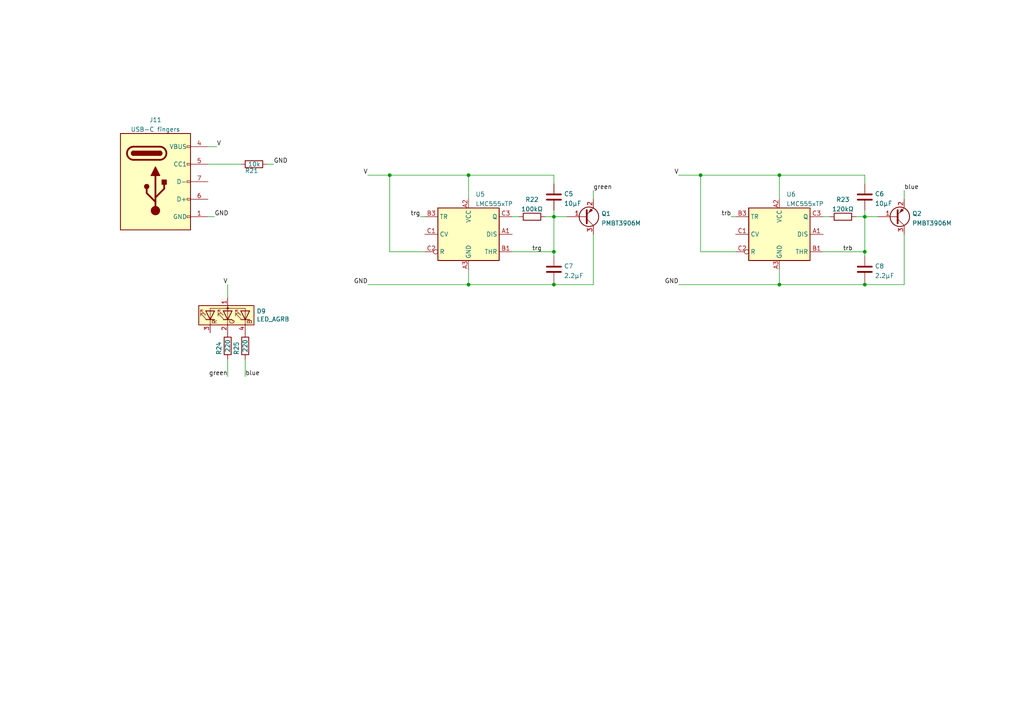
<source format=kicad_sch>
(kicad_sch (version 20211123) (generator eeschema)
  (paper "A4")
  (lib_symbols
    (symbol "Device:C" (pin_numbers hide) (pin_names (offset 0.254))
      (property "Reference" "C" (at 0.635 2.54 0))
      (property "Value" "C" (at 0.635 -2.54 0))
      (symbol "C_0_1"
        (polyline (pts (xy -2.032 -0.762) (xy 2.032 -0.762)) (stroke (width 0.508)))
        (polyline (pts (xy -2.032 0.762) (xy 2.032 0.762)) (stroke (width 0.508)))
      )
      (symbol "C_1_1"
        (pin passive line (at 0 3.81 270) (length 2.794) (name "~") (number "1"))
        (pin passive line (at 0 -3.81 90) (length 2.794) (name "~") (number "2"))
      )
    )
    (symbol "Device:LED_AGRB" (pin_names (offset 0) hide)
      (property "Reference" "D" (at 0 9.398 0))
      (property "Value" "LED_AGRB" (at 0 -8.89 0))
      (symbol "LED_AGRB_0_0"
        (text "B" (at -1.905 -6.35 0) (effects (font (size 1.27 1.27))))
        (text "G" (at -1.905 -1.27 0) (effects (font (size 1.27 1.27))))
        (text "R" (at -1.905 3.81 0) (effects (font (size 1.27 1.27))))
      )
      (symbol "LED_AGRB_0_1"
        (polyline (pts (xy -1.27 -5.08) (xy -2.54 -5.08)))
        (polyline (pts (xy -1.27 -5.08) (xy 1.27 -5.08)))
        (polyline (pts (xy -1.27 -3.81) (xy -1.27 -6.35)) (stroke (width 0.254)))
        (polyline (pts (xy -1.27 0) (xy -2.54 0)))
        (polyline (pts (xy -1.27 1.27) (xy -1.27 -1.27)) (stroke (width 0.254)))
        (polyline (pts (xy -1.27 5.08) (xy -2.54 5.08)))
        (polyline (pts (xy -1.27 5.08) (xy 1.27 5.08)))
        (polyline (pts (xy -1.27 6.35) (xy -1.27 3.81)) (stroke (width 0.254)))
        (polyline (pts (xy 1.27 0) (xy -1.27 0)))
        (polyline (pts (xy 1.27 0) (xy 2.54 0)))
        (polyline (pts (xy -1.27 1.27) (xy -1.27 -1.27) (xy -1.27 -1.27)))
        (polyline (pts (xy -1.27 6.35) (xy -1.27 3.81) (xy -1.27 3.81)))
        (polyline (pts (xy 1.27 -5.08) (xy 2.032 -5.08) (xy 2.032 5.08) (xy 1.27 5.08)))
        (polyline (pts (xy 1.27 -3.81) (xy 1.27 -6.35) (xy -1.27 -5.08) (xy 1.27 -3.81)) (stroke (width 0.254)))
        (polyline (pts (xy 1.27 1.27) (xy 1.27 -1.27) (xy -1.27 0) (xy 1.27 1.27)) (stroke (width 0.254)))
        (polyline (pts (xy 1.27 6.35) (xy 1.27 3.81) (xy -1.27 5.08) (xy 1.27 6.35)) (stroke (width 0.254)))
        (polyline (pts (xy -1.016 -3.81) (xy 0.508 -2.286) (xy -0.254 -2.286) (xy 0.508 -2.286) (xy 0.508 -3.048)))
        (polyline (pts (xy -1.016 1.27) (xy 0.508 2.794) (xy -0.254 2.794) (xy 0.508 2.794) (xy 0.508 2.032)))
        (polyline (pts (xy -1.016 6.35) (xy 0.508 7.874) (xy -0.254 7.874) (xy 0.508 7.874) (xy 0.508 7.112)))
        (polyline (pts (xy 0 -3.81) (xy 1.524 -2.286) (xy 0.762 -2.286) (xy 1.524 -2.286) (xy 1.524 -3.048)))
        (polyline (pts (xy 0 1.27) (xy 1.524 2.794) (xy 0.762 2.794) (xy 1.524 2.794) (xy 1.524 2.032)))
        (polyline (pts (xy 0 6.35) (xy 1.524 7.874) (xy 0.762 7.874) (xy 1.524 7.874) (xy 1.524 7.112)))
        (rectangle (start 1.27 -1.27) (end 1.27 1.27))
        (rectangle (start 1.27 1.27) (end 1.27 1.27))
        (rectangle (start 1.27 3.81) (end 1.27 6.35))
        (rectangle (start 1.27 6.35) (end 1.27 6.35))
        (circle (center 2.032 0) (radius 0.254) (fill (type outline)))
        (rectangle (start 2.794 8.382) (end -2.794 -7.62) (stroke (width 0.254)) (fill (type background)))
      )
      (symbol "LED_AGRB_1_1"
        (pin passive line (at 5.08 0 180) (length 2.54) (name "A") (number "1"))
        (pin passive line (at -5.08 0 0) (length 2.54) (name "GK") (number "2"))
        (pin passive line (at -5.08 5.08 0) (length 2.54) (name "RK") (number "3"))
        (pin passive line (at -5.08 -5.08 0) (length 2.54) (name "BK") (number "4"))
      )
    )
    (symbol "Device:Q_PNP_BEC" (pin_names (offset 0) hide)
      (property "Reference" "Q" (at 5.08 1.27 0))
      (property "Value" "Q_PNP_BEC" (at 5.08 -1.27 0))
      (symbol "Q_PNP_BEC_0_1"
        (polyline (pts (xy 0.635 0.635) (xy 2.54 2.54)))
        (polyline (pts (xy 0.635 -0.635) (xy 2.54 -2.54) (xy 2.54 -2.54)))
        (polyline (pts (xy 0.635 1.905) (xy 0.635 -1.905) (xy 0.635 -1.905)) (stroke (width 0.508)))
        (polyline (pts (xy 2.286 -1.778) (xy 1.778 -2.286) (xy 1.27 -1.27) (xy 2.286 -1.778) (xy 2.286 -1.778)) (fill (type outline)))
        (circle (center 1.27 0) (radius 2.8194) (stroke (width 0.254)))
      )
      (symbol "Q_PNP_BEC_1_1"
        (pin input line (at -5.08 0 0) (length 5.715) (name "B") (number "1"))
        (pin passive line (at 2.54 -5.08 90) (length 2.54) (name "E") (number "2"))
        (pin passive line (at 2.54 5.08 270) (length 2.54) (name "C") (number "3"))
      )
    )
    (symbol "Device:R" (pin_numbers hide) (pin_names (offset 0))
      (property "Reference" "R" (at 2.032 0 90))
      (property "Value" "R" (at 0 0 90))
      (symbol "R_0_1"
        (rectangle (start -1.016 -2.54) (end 1.016 2.54) (stroke (width 0.254)))
      )
      (symbol "R_1_1"
        (pin passive line (at 0 3.81 270) (length 1.27) (name "~") (number "1"))
        (pin passive line (at 0 -3.81 90) (length 1.27) (name "~") (number "2"))
      )
    )
    (symbol "Timer:LMC555xTP"
      (property "Reference" "U" (at -10.16 8.89 0))
      (property "Value" "LMC555xTP" (at 2.54 8.89 0))
      (symbol "LMC555xTP_0_0"
        (pin power_in line (at 0 10.16 270) (length 2.54) (name "VCC") (number "A2"))
        (pin power_in line (at 0 -10.16 90) (length 2.54) (name "GND") (number "A3"))
      )
      (symbol "LMC555xTP_0_1"
        (rectangle (start -8.89 -7.62) (end 8.89 7.62) (stroke (width 0.254)) (fill (type background)))
        (rectangle (start -8.89 -7.62) (end 8.89 7.62) (stroke (width 0.254)) (fill (type background)))
      )
      (symbol "LMC555xTP_1_1"
        (pin input line (at 12.7 0 180) (length 3.81) (name "DIS") (number "A1"))
        (pin input line (at 12.7 -5.08 180) (length 3.81) (name "THR") (number "B1"))
        (pin input line (at -12.7 5.08 0) (length 3.81) (name "TR") (number "B3"))
        (pin input line (at -12.7 0 0) (length 3.81) (name "CV") (number "C1"))
        (pin input inverted (at -12.7 -5.08 0) (length 3.81) (name "R") (number "C2"))
        (pin output line (at 12.7 5.08 180) (length 3.81) (name "Q") (number "C3"))
      )
    )
    (symbol "USB-C_PCB_experiments:PCB_USB_C_Receptacle" (pin_names (offset 1.016))
      (property "Reference" "J" (at -10.16 16.51 0))
      (property "Value" "PCB_USB_C_Receptacle" (at 19.05 16.51 0))
      (symbol "PCB_USB_C_Receptacle_0_0"
        (rectangle (start 10.16 -10.414) (end 9.144 -9.906))
        (rectangle (start 10.16 -4.826) (end 9.144 -5.334))
        (rectangle (start 10.16 0.254) (end 9.144 -0.254))
        (rectangle (start 10.16 5.334) (end 9.144 4.826))
        (rectangle (start 10.16 10.414) (end 9.144 9.906))
      )
      (symbol "PCB_USB_C_Receptacle_0_1"
        (rectangle (start -10.16 13.97) (end 10.16 -13.97) (stroke (width 0.254)) (fill (type background)))
        (arc (start -6.35 8.89) (mid -6.985 8.255) (end -6.35 7.62) (stroke (width 0.254)))
        (arc (start -6.35 8.89) (mid -6.985 8.255) (end -6.35 7.62) (stroke (width 0.254)) (fill (type outline)))
        (arc (start -6.35 10.16) (mid -8.255 8.255) (end -6.35 6.35) (stroke (width 0.508)))
        (circle (center -2.54 -1.397) (radius 0.635) (stroke (width 0.254)) (fill (type outline)))
        (circle (center 0 -8.382) (radius 1.27) (fill (type outline)))
        (polyline (pts (xy -6.35 10.16) (xy 1.27 10.16)) (stroke (width 0.508)))
        (polyline (pts (xy 0 -8.382) (xy 0 1.778)) (stroke (width 0.508)))
        (polyline (pts (xy 1.27 6.35) (xy -6.35 6.35)) (stroke (width 0.508)))
        (polyline (pts (xy 0 -5.842) (xy -2.54 -3.302) (xy -2.54 -2.032)) (stroke (width 0.508)))
        (polyline (pts (xy 0 -4.572) (xy 2.54 -2.032) (xy 2.54 -0.762)) (stroke (width 0.508)))
        (polyline (pts (xy -1.27 1.778) (xy 0 4.318) (xy 1.27 1.778) (xy -1.27 1.778)) (stroke (width 0.254)) (fill (type outline)))
        (arc (start 1.27 6.35) (mid 3.175 8.255) (end 1.27 10.16) (stroke (width 0.508)))
        (rectangle (start 1.27 7.62) (end -6.35 8.89) (stroke (width 0.254)) (fill (type outline)))
        (arc (start 1.27 7.62) (mid 1.905 8.255) (end 1.27 8.89) (stroke (width 0.254)))
        (arc (start 1.27 7.62) (mid 1.905 8.255) (end 1.27 8.89) (stroke (width 0.254)) (fill (type outline)))
        (rectangle (start 1.905 -0.762) (end 3.175 0.508) (stroke (width 0.254)) (fill (type outline)))
      )
      (symbol "PCB_USB_C_Receptacle_1_1"
        (pin passive line (at 15.24 -10.16 180) (length 5.08) (name "GND") (number "1"))
        (pin passive line (at 15.24 -10.16 180) (length 5.08) hide (name "GND") (number "12"))
        (pin passive line (at 15.24 10.16 180) (length 5.08) (name "VBUS") (number "4"))
        (pin bidirectional line (at 15.24 5.08 180) (length 5.08) (name "CC1") (number "5"))
        (pin bidirectional line (at 15.24 -5.08 180) (length 5.08) (name "D+") (number "6"))
        (pin bidirectional line (at 15.24 0 180) (length 5.08) (name "D-") (number "7"))
        (pin passive line (at 15.24 10.16 180) (length 5.08) hide (name "VBUS") (number "9"))
      )
    )
  )
  (junction (at 203.2 50.8))
  (junction (at 160.655 82.55))
  (junction (at 250.825 73.025))
  (junction (at 135.89 82.55))
  (junction (at 135.89 50.8))
  (junction (at 160.655 62.865))
  (junction (at 226.06 82.55))
  (junction (at 250.825 82.55))
  (junction (at 226.06 50.8))
  (junction (at 250.825 62.865))
  (junction (at 160.655 73.025))
  (junction (at 113.03 50.8))
  (wire (pts (xy 250.825 82.55) (xy 262.255 82.55)))
  (wire (pts (xy 160.655 73.025) (xy 160.655 74.295)))
  (wire (pts (xy 62.23 62.865) (xy 60.325 62.865)))
  (wire (pts (xy 160.655 62.865) (xy 164.465 62.865)))
  (wire (pts (xy 250.825 73.025) (xy 250.825 74.295)))
  (wire (pts (xy 262.255 67.945) (xy 262.255 82.55)))
  (wire (pts (xy 60.325 47.625) (xy 69.85 47.625)))
  (wire (pts (xy 135.89 82.55) (xy 160.655 82.55)))
  (wire (pts (xy 158.115 62.865) (xy 160.655 62.865)))
  (wire (pts (xy 203.2 50.8) (xy 226.06 50.8)))
  (wire (pts (xy 250.825 50.8) (xy 250.825 53.34)))
  (wire (pts (xy 71.12 104.14) (xy 71.12 109.22)))
  (wire (pts (xy 113.03 50.8) (xy 113.03 73.025)))
  (wire (pts (xy 160.655 60.96) (xy 160.655 62.865)))
  (wire (pts (xy 213.36 73.025) (xy 203.2 73.025)))
  (wire (pts (xy 106.68 50.8) (xy 113.03 50.8)))
  (wire (pts (xy 160.655 81.915) (xy 160.655 82.55)))
  (wire (pts (xy 148.59 73.025) (xy 160.655 73.025)))
  (wire (pts (xy 106.68 82.55) (xy 135.89 82.55)))
  (wire (pts (xy 160.655 82.55) (xy 172.085 82.55)))
  (wire (pts (xy 172.085 67.945) (xy 172.085 82.55)))
  (wire (pts (xy 250.825 62.865) (xy 250.825 73.025)))
  (wire (pts (xy 226.06 50.8) (xy 226.06 57.785)))
  (wire (pts (xy 196.85 82.55) (xy 226.06 82.55)))
  (wire (pts (xy 123.19 73.025) (xy 113.03 73.025)))
  (wire (pts (xy 226.06 82.55) (xy 250.825 82.55)))
  (wire (pts (xy 238.76 62.865) (xy 240.665 62.865)))
  (wire (pts (xy 60.325 42.545) (xy 62.865 42.545)))
  (wire (pts (xy 226.06 50.8) (xy 250.825 50.8)))
  (wire (pts (xy 203.2 50.8) (xy 203.2 73.025)))
  (wire (pts (xy 262.255 55.245) (xy 262.255 57.785)))
  (wire (pts (xy 226.06 82.55) (xy 226.06 78.105)))
  (wire (pts (xy 160.655 50.8) (xy 160.655 53.34)))
  (wire (pts (xy 160.655 62.865) (xy 160.655 73.025)))
  (wire (pts (xy 238.76 73.025) (xy 250.825 73.025)))
  (wire (pts (xy 250.825 60.96) (xy 250.825 62.865)))
  (wire (pts (xy 121.92 62.865) (xy 123.19 62.865)))
  (wire (pts (xy 135.89 50.8) (xy 160.655 50.8)))
  (wire (pts (xy 66.04 86.36) (xy 66.04 82.55)))
  (wire (pts (xy 148.59 62.865) (xy 150.495 62.865)))
  (wire (pts (xy 66.04 104.14) (xy 66.04 109.22)))
  (wire (pts (xy 135.89 50.8) (xy 135.89 57.785)))
  (wire (pts (xy 79.375 47.625) (xy 77.47 47.625)))
  (wire (pts (xy 172.085 55.245) (xy 172.085 57.785)))
  (wire (pts (xy 113.03 50.8) (xy 135.89 50.8)))
  (wire (pts (xy 135.89 82.55) (xy 135.89 78.105)))
  (wire (pts (xy 248.285 62.865) (xy 250.825 62.865)))
  (wire (pts (xy 196.85 50.8) (xy 203.2 50.8)))
  (wire (pts (xy 250.825 81.915) (xy 250.825 82.55)))
  (wire (pts (xy 250.825 62.865) (xy 254.635 62.865)))
  (wire (pts (xy 212.09 62.865) (xy 213.36 62.865)))
  (label "blue" (at 262.255 55.245 0))
  (label "V" (at 196.85 50.8 180))
  (label "V" (at 66.04 82.55 180))
  (label "V" (at 106.68 50.8 180))
  (label "V" (at 62.865 42.545 0))
  (label "trb" (at 212.09 62.865 180))
  (label "trg" (at 121.92 62.865 180))
  (label "green" (at 66.04 109.22 180))
  (label "GND" (at 106.68 82.55 180))
  (label "trg" (at 154.305 73.025 0))
  (label "green" (at 172.085 55.245 0))
  (label "trb" (at 244.475 73.025 0))
  (label "GND" (at 79.375 47.625 0))
  (label "GND" (at 62.23 62.865 0))
  (label "GND" (at 196.85 82.55 180))
  (label "blue" (at 71.12 109.22 0))
  (symbol (lib_id "Device:Q_PNP_BEC") (at 169.545 62.865 0) (mirror x) (unit 1)
    (property "Reference" "Q1" (at 174.3964 61.9565 0) (effects (justify left)))
    (property "Value" "PMBT3906M" (at 174.3964 64.7316 0) (effects (justify left)))
    (property "Footprint" "Package_TO_SOT_SMD:SOT-883" (effects hide))
    (property "Datasheet" "http://datasheet.octopart.com/PMBT3906M%2C315-Nexperia-datasheet-87581847.pdf" (effects hide))
  )
  (symbol (lib_id "Device:C") (at 160.655 78.105 0) (unit 1)
    (property "Reference" "C7" (at 163.576 77.1965 0) (effects (justify left)))
    (property "Value" "2.2μF" (at 163.576 79.9716 0) (effects (justify left)))
    (property "Footprint" "Capacitor_SMD:C_0201_0603Metric" (effects hide))
  )
  (symbol (lib_id "Device:LED_AGRB") (at 66.04 91.44 90) (unit 1)
    (property "Reference" "D9" (at 74.422 90.2716 90) (effects (justify right)))
    (property "Value" "LED_AGRB" (at 74.422 92.583 90) (effects (justify right)))
    (property "Footprint" "USB-C_PCB_experiments:LED_everlight_EASV2713RGBA1" (effects hide))
  )
  (symbol (lib_id "Device:Q_PNP_BEC") (at 259.715 62.865 0) (mirror x) (unit 1)
    (property "Reference" "Q2" (at 264.5664 61.9565 0) (effects (justify left)))
    (property "Value" "PMBT3906M" (at 264.5664 64.7316 0) (effects (justify left)))
    (property "Footprint" "Package_TO_SOT_SMD:SOT-883" (effects hide))
    (property "Datasheet" "http://datasheet.octopart.com/PMBT3906M%2C315-Nexperia-datasheet-87581847.pdf" (effects hide))
  )
  (symbol (lib_id "Device:R") (at 71.12 100.33 0) (unit 1)
    (property "Reference" "R25" (at 68.58 99.06 90) (effects (justify right)))
    (property "Value" "220" (at 71.12 100.33 90))
    (property "Footprint" "Resistor_SMD:R_0201_0603Metric" (effects hide))
  )
  (symbol (lib_id "USB-C_PCB_experiments:PCB_USB_C_Receptacle") (at 45.085 52.705 0) (unit 1)
    (property "Reference" "J11" (at 45.085 34.7685 0))
    (property "Value" "USB-C fingers" (at 45.085 37.5436 0))
  )
  (symbol (lib_id "Device:C") (at 250.825 57.15 0) (unit 1)
    (property "Reference" "C6" (at 253.746 56.2415 0) (effects (justify left)))
    (property "Value" "10μF" (at 253.746 59.0166 0) (effects (justify left)))
    (property "Footprint" "Capacitor_SMD:C_0402_1005Metric" (effects hide))
  )
  (symbol (lib_id "Timer:LMC555xTP") (at 135.89 67.945 0) (unit 1)
    (property "Reference" "U5" (at 137.9094 56.3585 0) (effects (justify left)))
    (property "Value" "LMC555xTP" (at 137.9094 59.1336 0) (effects (justify left)))
    (property "Footprint" "Package_BGA:Texas_DSBGA-8_1.43x1.41mm_Layout3x3_P0.5mm" (effects hide))
    (property "Datasheet" "http://www.ti.com/lit/ds/symlink/lmc555.pdf" (effects hide))
  )
  (symbol (lib_id "Timer:LMC555xTP") (at 226.06 67.945 0) (unit 1)
    (property "Reference" "U6" (at 228.0794 56.3585 0) (effects (justify left)))
    (property "Value" "LMC555xTP" (at 228.0794 59.1336 0) (effects (justify left)))
    (property "Footprint" "Package_BGA:Texas_DSBGA-8_1.43x1.41mm_Layout3x3_P0.5mm" (effects hide))
    (property "Datasheet" "http://www.ti.com/lit/ds/symlink/lmc555.pdf" (effects hide))
  )
  (symbol (lib_id "Device:R") (at 73.66 47.625 270) (unit 1)
    (property "Reference" "R21" (at 74.93 49.53 90) (effects (justify right)))
    (property "Value" "10k" (at 75.565 47.625 90) (effects (justify right)))
    (property "Footprint" "Resistor_SMD:R_0201_0603Metric" (effects hide))
  )
  (symbol (lib_id "Device:C") (at 250.825 78.105 0) (unit 1)
    (property "Reference" "C8" (at 253.746 77.1965 0) (effects (justify left)))
    (property "Value" "2.2μF" (at 253.746 79.9716 0) (effects (justify left)))
    (property "Footprint" "Capacitor_SMD:C_0201_0603Metric" (effects hide))
  )
  (symbol (lib_id "Device:R") (at 66.04 100.33 0) (unit 1)
    (property "Reference" "R24" (at 63.5 99.06 90) (effects (justify right)))
    (property "Value" "220" (at 66.04 100.33 90))
    (property "Footprint" "Resistor_SMD:R_0201_0603Metric" (effects hide))
  )
  (symbol (lib_id "Device:R") (at 154.305 62.865 90) (unit 1)
    (property "Reference" "R22" (at 154.305 57.8825 90))
    (property "Value" "100kΩ" (at 154.305 60.6576 90))
    (property "Footprint" "Resistor_SMD:R_0201_0603Metric" (effects hide))
  )
  (symbol (lib_id "Device:R") (at 244.475 62.865 90) (unit 1)
    (property "Reference" "R23" (at 244.475 57.8825 90))
    (property "Value" "120kΩ" (at 244.475 60.6576 90))
    (property "Footprint" "Resistor_SMD:R_0201_0603Metric" (effects hide))
  )
  (symbol (lib_id "Device:C") (at 160.655 57.15 0) (unit 1)
    (property "Reference" "C5" (at 163.576 56.2415 0) (effects (justify left)))
    (property "Value" "10μF" (at 163.576 59.0166 0) (effects (justify left)))
    (property "Footprint" "Capacitor_SMD:C_0402_1005Metric" (effects hide))
  )
)
</source>
